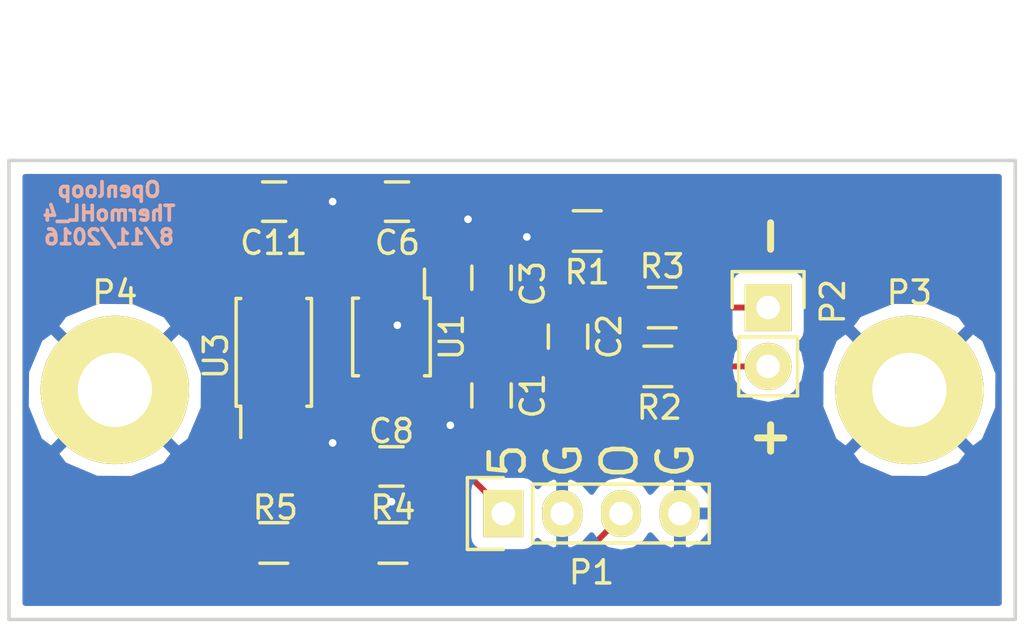
<source format=kicad_pcb>
(kicad_pcb (version 4) (host pcbnew 4.0.1-stable)

  (general
    (links 33)
    (no_connects 0)
    (area 185.185267 89.696028 229.596734 116.566733)
    (thickness 1.6)
    (drawings 8)
    (tracks 81)
    (zones 0)
    (modules 17)
    (nets 10)
  )

  (page A4)
  (layers
    (0 F.Cu signal)
    (31 B.Cu signal)
    (32 B.Adhes user)
    (33 F.Adhes user)
    (34 B.Paste user)
    (35 F.Paste user)
    (36 B.SilkS user)
    (37 F.SilkS user)
    (38 B.Mask user)
    (39 F.Mask user)
    (40 Dwgs.User user)
    (41 Cmts.User user)
    (42 Eco1.User user)
    (43 Eco2.User user)
    (44 Edge.Cuts user)
    (45 Margin user)
    (46 B.CrtYd user)
    (47 F.CrtYd user)
    (48 B.Fab user)
    (49 F.Fab user)
  )

  (setup
    (last_trace_width 0.254)
    (trace_clearance 0.1524)
    (zone_clearance 0.508)
    (zone_45_only no)
    (trace_min 0.1524)
    (segment_width 0.2)
    (edge_width 0.15)
    (via_size 0.6858)
    (via_drill 0.3302)
    (via_min_size 0.6858)
    (via_min_drill 0.3302)
    (uvia_size 0.3)
    (uvia_drill 0.1)
    (uvias_allowed no)
    (uvia_min_size 0.2)
    (uvia_min_drill 0.1)
    (pcb_text_width 0.3)
    (pcb_text_size 1.5 1.5)
    (mod_edge_width 0.15)
    (mod_text_size 1 1)
    (mod_text_width 0.15)
    (pad_size 1.524 1.524)
    (pad_drill 0.762)
    (pad_to_mask_clearance 0.2)
    (aux_axis_origin 0 0)
    (visible_elements FFFFFF7F)
    (pcbplotparams
      (layerselection 0x01008_00000000)
      (usegerberextensions true)
      (excludeedgelayer true)
      (linewidth 0.100000)
      (plotframeref false)
      (viasonmask false)
      (mode 1)
      (useauxorigin false)
      (hpglpennumber 1)
      (hpglpenspeed 20)
      (hpglpendiameter 15)
      (hpglpenoverlay 2)
      (psnegative false)
      (psa4output false)
      (plotreference true)
      (plotvalue false)
      (plotinvisibletext false)
      (padsonsilk false)
      (subtractmaskfromsilk false)
      (outputformat 1)
      (mirror false)
      (drillshape 0)
      (scaleselection 1)
      (outputdirectory ../StencilFiles/))
  )

  (net 0 "")
  (net 1 GND)
  (net 2 "Net-(C1-Pad2)")
  (net 3 "Net-(C2-Pad2)")
  (net 4 /Out)
  (net 5 "Net-(R4-Pad2)")
  (net 6 /+5V)
  (net 7 "Net-(P2-Pad1)")
  (net 8 "Net-(P2-Pad2)")
  (net 9 "Net-(U1-Pad5)")

  (net_class Default "This is the default net class."
    (clearance 0.1524)
    (trace_width 0.254)
    (via_dia 0.6858)
    (via_drill 0.3302)
    (uvia_dia 0.3)
    (uvia_drill 0.1)
    (add_net /+5V)
    (add_net /Out)
    (add_net GND)
    (add_net "Net-(C1-Pad2)")
    (add_net "Net-(C2-Pad2)")
    (add_net "Net-(P2-Pad1)")
    (add_net "Net-(P2-Pad2)")
    (add_net "Net-(R4-Pad2)")
    (add_net "Net-(U1-Pad5)")
  )

  (module Pin_Headers:Pin_Header_Straight_1x04 (layer F.Cu) (tedit 0) (tstamp 57AAE03C)
    (at 207.01 111.506 90)
    (descr "Through hole pin header")
    (tags "pin header")
    (path /57AAE12C)
    (fp_text reference P1 (at -2.54 3.81 180) (layer F.SilkS)
      (effects (font (size 1 1) (thickness 0.15)))
    )
    (fp_text value CONN_01X04 (at 0 -3.1 90) (layer F.Fab)
      (effects (font (size 1 1) (thickness 0.15)))
    )
    (fp_line (start -1.75 -1.75) (end -1.75 9.4) (layer F.CrtYd) (width 0.05))
    (fp_line (start 1.75 -1.75) (end 1.75 9.4) (layer F.CrtYd) (width 0.05))
    (fp_line (start -1.75 -1.75) (end 1.75 -1.75) (layer F.CrtYd) (width 0.05))
    (fp_line (start -1.75 9.4) (end 1.75 9.4) (layer F.CrtYd) (width 0.05))
    (fp_line (start -1.27 1.27) (end -1.27 8.89) (layer F.SilkS) (width 0.15))
    (fp_line (start 1.27 1.27) (end 1.27 8.89) (layer F.SilkS) (width 0.15))
    (fp_line (start 1.55 -1.55) (end 1.55 0) (layer F.SilkS) (width 0.15))
    (fp_line (start -1.27 8.89) (end 1.27 8.89) (layer F.SilkS) (width 0.15))
    (fp_line (start 1.27 1.27) (end -1.27 1.27) (layer F.SilkS) (width 0.15))
    (fp_line (start -1.55 0) (end -1.55 -1.55) (layer F.SilkS) (width 0.15))
    (fp_line (start -1.55 -1.55) (end 1.55 -1.55) (layer F.SilkS) (width 0.15))
    (pad 1 thru_hole rect (at 0 0 90) (size 2.032 1.7272) (drill 1.016) (layers *.Cu *.Mask F.SilkS)
      (net 6 /+5V))
    (pad 2 thru_hole oval (at 0 2.54 90) (size 2.032 1.7272) (drill 1.016) (layers *.Cu *.Mask F.SilkS)
      (net 1 GND))
    (pad 3 thru_hole oval (at 0 5.08 90) (size 2.032 1.7272) (drill 1.016) (layers *.Cu *.Mask F.SilkS)
      (net 4 /Out))
    (pad 4 thru_hole oval (at 0 7.62 90) (size 2.032 1.7272) (drill 1.016) (layers *.Cu *.Mask F.SilkS)
      (net 1 GND))
    (model Pin_Headers.3dshapes/Pin_Header_Straight_1x04.wrl
      (at (xyz 0 -0.15 0))
      (scale (xyz 1 1 1))
      (rotate (xyz 0 0 90))
    )
  )

  (module Resistors_SMD:R_0805 (layer F.Cu) (tedit 5415CDEB) (tstamp 57A052BE)
    (at 197.104 112.776 180)
    (descr "Resistor SMD 0805, reflow soldering, Vishay (see dcrcw.pdf)")
    (tags "resistor 0805")
    (path /574FAA96)
    (attr smd)
    (fp_text reference R5 (at -0.066 1.524 180) (layer F.SilkS)
      (effects (font (size 1 1) (thickness 0.15)))
    )
    (fp_text value 4.5M (at 0 2.1 180) (layer F.Fab)
      (effects (font (size 1 1) (thickness 0.15)))
    )
    (fp_line (start -1.6 -1) (end 1.6 -1) (layer F.CrtYd) (width 0.05))
    (fp_line (start -1.6 1) (end 1.6 1) (layer F.CrtYd) (width 0.05))
    (fp_line (start -1.6 -1) (end -1.6 1) (layer F.CrtYd) (width 0.05))
    (fp_line (start 1.6 -1) (end 1.6 1) (layer F.CrtYd) (width 0.05))
    (fp_line (start 0.6 0.875) (end -0.6 0.875) (layer F.SilkS) (width 0.15))
    (fp_line (start -0.6 -0.875) (end 0.6 -0.875) (layer F.SilkS) (width 0.15))
    (pad 1 smd rect (at -0.95 0 180) (size 0.7 1.3) (layers F.Cu F.Paste F.Mask)
      (net 5 "Net-(R4-Pad2)"))
    (pad 2 smd rect (at 0.95 0 180) (size 0.7 1.3) (layers F.Cu F.Paste F.Mask)
      (net 4 /Out))
    (model Resistors_SMD.3dshapes/R_0805.wrl
      (at (xyz 0 0 0))
      (scale (xyz 1 1 1))
      (rotate (xyz 0 0 0))
    )
  )

  (module Capacitors_SMD:C_0805 (layer F.Cu) (tedit 5415D6EA) (tstamp 57A0529F)
    (at 197.12 98.044)
    (descr "Capacitor SMD 0805, reflow soldering, AVX (see smccp.pdf)")
    (tags "capacitor 0805")
    (path /574FA7D5)
    (attr smd)
    (fp_text reference C11 (at -0.016 1.778) (layer F.SilkS)
      (effects (font (size 1 1) (thickness 0.15)))
    )
    (fp_text value 0.1u (at 0 2.1) (layer F.Fab)
      (effects (font (size 1 1) (thickness 0.15)))
    )
    (fp_line (start -1.8 -1) (end 1.8 -1) (layer F.CrtYd) (width 0.05))
    (fp_line (start -1.8 1) (end 1.8 1) (layer F.CrtYd) (width 0.05))
    (fp_line (start -1.8 -1) (end -1.8 1) (layer F.CrtYd) (width 0.05))
    (fp_line (start 1.8 -1) (end 1.8 1) (layer F.CrtYd) (width 0.05))
    (fp_line (start 0.5 -0.85) (end -0.5 -0.85) (layer F.SilkS) (width 0.15))
    (fp_line (start -0.5 0.85) (end 0.5 0.85) (layer F.SilkS) (width 0.15))
    (pad 1 smd rect (at -1 0) (size 1 1.25) (layers F.Cu F.Paste F.Mask)
      (net 6 /+5V))
    (pad 2 smd rect (at 1 0) (size 1 1.25) (layers F.Cu F.Paste F.Mask)
      (net 1 GND))
    (model Capacitors_SMD.3dshapes/C_0805.wrl
      (at (xyz 0 0 0))
      (scale (xyz 1 1 1))
      (rotate (xyz 0 0 0))
    )
  )

  (module Capacitors_SMD:C_0805 (layer F.Cu) (tedit 5415D6EA) (tstamp 57A0527C)
    (at 206.502 101.33 90)
    (descr "Capacitor SMD 0805, reflow soldering, AVX (see smccp.pdf)")
    (tags "capacitor 0805")
    (path /574FA4DC)
    (attr smd)
    (fp_text reference C3 (at -0.254 1.778 90) (layer F.SilkS)
      (effects (font (size 1 1) (thickness 0.15)))
    )
    (fp_text value 0.5u (at 0 2.1 90) (layer F.Fab)
      (effects (font (size 1 1) (thickness 0.15)))
    )
    (fp_line (start -1.8 -1) (end 1.8 -1) (layer F.CrtYd) (width 0.05))
    (fp_line (start -1.8 1) (end 1.8 1) (layer F.CrtYd) (width 0.05))
    (fp_line (start -1.8 -1) (end -1.8 1) (layer F.CrtYd) (width 0.05))
    (fp_line (start 1.8 -1) (end 1.8 1) (layer F.CrtYd) (width 0.05))
    (fp_line (start 0.5 -0.85) (end -0.5 -0.85) (layer F.SilkS) (width 0.15))
    (fp_line (start -0.5 0.85) (end 0.5 0.85) (layer F.SilkS) (width 0.15))
    (pad 1 smd rect (at -1 0 90) (size 1 1.25) (layers F.Cu F.Paste F.Mask)
      (net 3 "Net-(C2-Pad2)"))
    (pad 2 smd rect (at 1 0 90) (size 1 1.25) (layers F.Cu F.Paste F.Mask)
      (net 1 GND))
    (model Capacitors_SMD.3dshapes/C_0805.wrl
      (at (xyz 0 0 0))
      (scale (xyz 1 1 1))
      (rotate (xyz 0 0 0))
    )
  )

  (module Housings_SSOP:TSSOP-8_4.4x3mm_Pitch0.65mm (layer F.Cu) (tedit 54130A77) (tstamp 57A052CB)
    (at 197.104 104.55 90)
    (descr "8-Lead Plastic Thin Shrink Small Outline (ST)-4.4 mm Body [TSSOP] (see Microchip Packaging Specification 00000049BS.pdf)")
    (tags "SSOP 0.65")
    (path /57788358)
    (attr smd)
    (fp_text reference U3 (at -0.156 -2.499 90) (layer F.SilkS)
      (effects (font (size 1 1) (thickness 0.15)))
    )
    (fp_text value TIRC4558IPWR (at 0 2.55 90) (layer F.Fab)
      (effects (font (size 1 1) (thickness 0.15)))
    )
    (fp_line (start -3.95 -1.8) (end -3.95 1.8) (layer F.CrtYd) (width 0.05))
    (fp_line (start 3.95 -1.8) (end 3.95 1.8) (layer F.CrtYd) (width 0.05))
    (fp_line (start -3.95 -1.8) (end 3.95 -1.8) (layer F.CrtYd) (width 0.05))
    (fp_line (start -3.95 1.8) (end 3.95 1.8) (layer F.CrtYd) (width 0.05))
    (fp_line (start -2.325 -1.625) (end -2.325 -1.425) (layer F.SilkS) (width 0.15))
    (fp_line (start 2.325 -1.625) (end 2.325 -1.425) (layer F.SilkS) (width 0.15))
    (fp_line (start 2.325 1.625) (end 2.325 1.425) (layer F.SilkS) (width 0.15))
    (fp_line (start -2.325 1.625) (end -2.325 1.425) (layer F.SilkS) (width 0.15))
    (fp_line (start -2.325 -1.625) (end 2.325 -1.625) (layer F.SilkS) (width 0.15))
    (fp_line (start -2.325 1.625) (end 2.325 1.625) (layer F.SilkS) (width 0.15))
    (fp_line (start -2.325 -1.425) (end -3.675 -1.425) (layer F.SilkS) (width 0.15))
    (pad 1 smd rect (at -2.95 -0.975 90) (size 1.45 0.45) (layers F.Cu F.Paste F.Mask)
      (net 4 /Out))
    (pad 2 smd rect (at -2.95 -0.325 90) (size 1.45 0.45) (layers F.Cu F.Paste F.Mask)
      (net 5 "Net-(R4-Pad2)"))
    (pad 3 smd rect (at -2.95 0.325 90) (size 1.45 0.45) (layers F.Cu F.Paste F.Mask)
      (net 9 "Net-(U1-Pad5)"))
    (pad 4 smd rect (at -2.95 0.975 90) (size 1.45 0.45) (layers F.Cu F.Paste F.Mask)
      (net 1 GND))
    (pad 5 smd rect (at 2.95 0.975 90) (size 1.45 0.45) (layers F.Cu F.Paste F.Mask))
    (pad 6 smd rect (at 2.95 0.325 90) (size 1.45 0.45) (layers F.Cu F.Paste F.Mask))
    (pad 7 smd rect (at 2.95 -0.325 90) (size 1.45 0.45) (layers F.Cu F.Paste F.Mask))
    (pad 8 smd rect (at 2.95 -0.975 90) (size 1.45 0.45) (layers F.Cu F.Paste F.Mask)
      (net 6 /+5V))
    (model Housings_SSOP.3dshapes/TSSOP-8_4.4x3mm_Pitch0.65mm.wrl
      (at (xyz 0 0 0))
      (scale (xyz 1 1 1))
      (rotate (xyz 0 0 0))
    )
  )

  (module Capacitors_SMD:C_0805 (layer F.Cu) (tedit 5415D6EA) (tstamp 57A05272)
    (at 206.502 106.41 90)
    (descr "Capacitor SMD 0805, reflow soldering, AVX (see smccp.pdf)")
    (tags "capacitor 0805")
    (path /574FA477)
    (attr smd)
    (fp_text reference C1 (at -0.016 1.778 270) (layer F.SilkS)
      (effects (font (size 1 1) (thickness 0.15)))
    )
    (fp_text value 0.5u (at 0 2.1 90) (layer F.Fab)
      (effects (font (size 1 1) (thickness 0.15)))
    )
    (fp_line (start -1.8 -1) (end 1.8 -1) (layer F.CrtYd) (width 0.05))
    (fp_line (start -1.8 1) (end 1.8 1) (layer F.CrtYd) (width 0.05))
    (fp_line (start -1.8 -1) (end -1.8 1) (layer F.CrtYd) (width 0.05))
    (fp_line (start 1.8 -1) (end 1.8 1) (layer F.CrtYd) (width 0.05))
    (fp_line (start 0.5 -0.85) (end -0.5 -0.85) (layer F.SilkS) (width 0.15))
    (fp_line (start -0.5 0.85) (end 0.5 0.85) (layer F.SilkS) (width 0.15))
    (pad 1 smd rect (at -1 0 90) (size 1 1.25) (layers F.Cu F.Paste F.Mask)
      (net 1 GND))
    (pad 2 smd rect (at 1 0 90) (size 1 1.25) (layers F.Cu F.Paste F.Mask)
      (net 2 "Net-(C1-Pad2)"))
    (model Capacitors_SMD.3dshapes/C_0805.wrl
      (at (xyz 0 0 0))
      (scale (xyz 1 1 1))
      (rotate (xyz 0 0 0))
    )
  )

  (module Capacitors_SMD:C_0805 (layer F.Cu) (tedit 5415D6EA) (tstamp 57A05277)
    (at 209.804 103.87 90)
    (descr "Capacitor SMD 0805, reflow soldering, AVX (see smccp.pdf)")
    (tags "capacitor 0805")
    (path /574FA4AB)
    (attr smd)
    (fp_text reference C2 (at 0 1.778 90) (layer F.SilkS)
      (effects (font (size 1 1) (thickness 0.15)))
    )
    (fp_text value 1u (at 0 2.1 90) (layer F.Fab)
      (effects (font (size 1 1) (thickness 0.15)))
    )
    (fp_line (start -1.8 -1) (end 1.8 -1) (layer F.CrtYd) (width 0.05))
    (fp_line (start -1.8 1) (end 1.8 1) (layer F.CrtYd) (width 0.05))
    (fp_line (start -1.8 -1) (end -1.8 1) (layer F.CrtYd) (width 0.05))
    (fp_line (start 1.8 -1) (end 1.8 1) (layer F.CrtYd) (width 0.05))
    (fp_line (start 0.5 -0.85) (end -0.5 -0.85) (layer F.SilkS) (width 0.15))
    (fp_line (start -0.5 0.85) (end 0.5 0.85) (layer F.SilkS) (width 0.15))
    (pad 1 smd rect (at -1 0 90) (size 1 1.25) (layers F.Cu F.Paste F.Mask)
      (net 2 "Net-(C1-Pad2)"))
    (pad 2 smd rect (at 1 0 90) (size 1 1.25) (layers F.Cu F.Paste F.Mask)
      (net 3 "Net-(C2-Pad2)"))
    (model Capacitors_SMD.3dshapes/C_0805.wrl
      (at (xyz 0 0 0))
      (scale (xyz 1 1 1))
      (rotate (xyz 0 0 0))
    )
  )

  (module Capacitors_SMD:C_0805 (layer F.Cu) (tedit 5415D6EA) (tstamp 57A0528B)
    (at 202.422 98.044 180)
    (descr "Capacitor SMD 0805, reflow soldering, AVX (see smccp.pdf)")
    (tags "capacitor 0805")
    (path /574E6C2D)
    (attr smd)
    (fp_text reference C6 (at -0.016 -1.778 180) (layer F.SilkS)
      (effects (font (size 1 1) (thickness 0.15)))
    )
    (fp_text value 1u (at 0 2.1 180) (layer F.Fab)
      (effects (font (size 1 1) (thickness 0.15)))
    )
    (fp_line (start -1.8 -1) (end 1.8 -1) (layer F.CrtYd) (width 0.05))
    (fp_line (start -1.8 1) (end 1.8 1) (layer F.CrtYd) (width 0.05))
    (fp_line (start -1.8 -1) (end -1.8 1) (layer F.CrtYd) (width 0.05))
    (fp_line (start 1.8 -1) (end 1.8 1) (layer F.CrtYd) (width 0.05))
    (fp_line (start 0.5 -0.85) (end -0.5 -0.85) (layer F.SilkS) (width 0.15))
    (fp_line (start -0.5 0.85) (end 0.5 0.85) (layer F.SilkS) (width 0.15))
    (pad 1 smd rect (at -1 0 180) (size 1 1.25) (layers F.Cu F.Paste F.Mask)
      (net 1 GND))
    (pad 2 smd rect (at 1 0 180) (size 1 1.25) (layers F.Cu F.Paste F.Mask)
      (net 1 GND))
    (model Capacitors_SMD.3dshapes/C_0805.wrl
      (at (xyz 0 0 0))
      (scale (xyz 1 1 1))
      (rotate (xyz 0 0 0))
    )
  )

  (module Capacitors_SMD:C_0805 (layer F.Cu) (tedit 5415D6EA) (tstamp 57A05295)
    (at 202.184 109.474 180)
    (descr "Capacitor SMD 0805, reflow soldering, AVX (see smccp.pdf)")
    (tags "capacitor 0805")
    (path /57560511)
    (attr smd)
    (fp_text reference C8 (at 0 1.524 180) (layer F.SilkS)
      (effects (font (size 1 1) (thickness 0.15)))
    )
    (fp_text value 0.1u (at 0 2.1 180) (layer F.Fab)
      (effects (font (size 1 1) (thickness 0.15)))
    )
    (fp_line (start -1.8 -1) (end 1.8 -1) (layer F.CrtYd) (width 0.05))
    (fp_line (start -1.8 1) (end 1.8 1) (layer F.CrtYd) (width 0.05))
    (fp_line (start -1.8 -1) (end -1.8 1) (layer F.CrtYd) (width 0.05))
    (fp_line (start 1.8 -1) (end 1.8 1) (layer F.CrtYd) (width 0.05))
    (fp_line (start 0.5 -0.85) (end -0.5 -0.85) (layer F.SilkS) (width 0.15))
    (fp_line (start -0.5 0.85) (end 0.5 0.85) (layer F.SilkS) (width 0.15))
    (pad 1 smd rect (at -1 0 180) (size 1 1.25) (layers F.Cu F.Paste F.Mask)
      (net 6 /+5V))
    (pad 2 smd rect (at 1 0 180) (size 1 1.25) (layers F.Cu F.Paste F.Mask)
      (net 1 GND))
    (model Capacitors_SMD.3dshapes/C_0805.wrl
      (at (xyz 0 0 0))
      (scale (xyz 1 1 1))
      (rotate (xyz 0 0 0))
    )
  )

  (module Pin_Headers:Pin_Header_Straight_1x02 (layer F.Cu) (tedit 54EA090C) (tstamp 57A052A9)
    (at 218.44 102.616)
    (descr "Through hole pin header")
    (tags "pin header")
    (path /57A050F4)
    (fp_text reference P2 (at 2.794 -0.254 90) (layer F.SilkS)
      (effects (font (size 1 1) (thickness 0.15)))
    )
    (fp_text value CONN_01X02 (at 0 -3.1) (layer F.Fab)
      (effects (font (size 1 1) (thickness 0.15)))
    )
    (fp_line (start 1.27 1.27) (end 1.27 3.81) (layer F.SilkS) (width 0.15))
    (fp_line (start 1.55 -1.55) (end 1.55 0) (layer F.SilkS) (width 0.15))
    (fp_line (start -1.75 -1.75) (end -1.75 4.3) (layer F.CrtYd) (width 0.05))
    (fp_line (start 1.75 -1.75) (end 1.75 4.3) (layer F.CrtYd) (width 0.05))
    (fp_line (start -1.75 -1.75) (end 1.75 -1.75) (layer F.CrtYd) (width 0.05))
    (fp_line (start -1.75 4.3) (end 1.75 4.3) (layer F.CrtYd) (width 0.05))
    (fp_line (start 1.27 1.27) (end -1.27 1.27) (layer F.SilkS) (width 0.15))
    (fp_line (start -1.55 0) (end -1.55 -1.55) (layer F.SilkS) (width 0.15))
    (fp_line (start -1.55 -1.55) (end 1.55 -1.55) (layer F.SilkS) (width 0.15))
    (fp_line (start -1.27 1.27) (end -1.27 3.81) (layer F.SilkS) (width 0.15))
    (fp_line (start -1.27 3.81) (end 1.27 3.81) (layer F.SilkS) (width 0.15))
    (pad 1 thru_hole rect (at 0 0) (size 2.032 2.032) (drill 1.016) (layers *.Cu *.Mask F.SilkS)
      (net 7 "Net-(P2-Pad1)"))
    (pad 2 thru_hole oval (at 0 2.54) (size 2.032 2.032) (drill 1.016) (layers *.Cu *.Mask F.SilkS)
      (net 8 "Net-(P2-Pad2)"))
    (model Pin_Headers.3dshapes/Pin_Header_Straight_1x02.wrl
      (at (xyz 0 -0.05 0))
      (scale (xyz 1 1 1))
      (rotate (xyz 0 0 90))
    )
  )

  (module Resistors_SMD:R_0805 (layer F.Cu) (tedit 5415CDEB) (tstamp 57A052AA)
    (at 210.632 99.314 180)
    (descr "Resistor SMD 0805, reflow soldering, Vishay (see dcrcw.pdf)")
    (tags "resistor 0805")
    (path /574F9DD8)
    (attr smd)
    (fp_text reference R1 (at 0 -1.778 360) (layer F.SilkS)
      (effects (font (size 1 1) (thickness 0.15)))
    )
    (fp_text value 1meg (at 0 2.1 180) (layer F.Fab)
      (effects (font (size 1 1) (thickness 0.15)))
    )
    (fp_line (start -1.6 -1) (end 1.6 -1) (layer F.CrtYd) (width 0.05))
    (fp_line (start -1.6 1) (end 1.6 1) (layer F.CrtYd) (width 0.05))
    (fp_line (start -1.6 -1) (end -1.6 1) (layer F.CrtYd) (width 0.05))
    (fp_line (start 1.6 -1) (end 1.6 1) (layer F.CrtYd) (width 0.05))
    (fp_line (start 0.6 0.875) (end -0.6 0.875) (layer F.SilkS) (width 0.15))
    (fp_line (start -0.6 -0.875) (end 0.6 -0.875) (layer F.SilkS) (width 0.15))
    (pad 1 smd rect (at -0.95 0 180) (size 0.7 1.3) (layers F.Cu F.Paste F.Mask)
      (net 7 "Net-(P2-Pad1)"))
    (pad 2 smd rect (at 0.95 0 180) (size 0.7 1.3) (layers F.Cu F.Paste F.Mask)
      (net 1 GND))
    (model Resistors_SMD.3dshapes/R_0805.wrl
      (at (xyz 0 0 0))
      (scale (xyz 1 1 1))
      (rotate (xyz 0 0 0))
    )
  )

  (module Resistors_SMD:R_0805 (layer F.Cu) (tedit 5415CDEB) (tstamp 57A052AF)
    (at 213.68 105.156 180)
    (descr "Resistor SMD 0805, reflow soldering, Vishay (see dcrcw.pdf)")
    (tags "resistor 0805")
    (path /574FA315)
    (attr smd)
    (fp_text reference R2 (at -0.066 -1.778 180) (layer F.SilkS)
      (effects (font (size 1 1) (thickness 0.15)))
    )
    (fp_text value 750 (at 0 2.1 180) (layer F.Fab)
      (effects (font (size 1 1) (thickness 0.15)))
    )
    (fp_line (start -1.6 -1) (end 1.6 -1) (layer F.CrtYd) (width 0.05))
    (fp_line (start -1.6 1) (end 1.6 1) (layer F.CrtYd) (width 0.05))
    (fp_line (start -1.6 -1) (end -1.6 1) (layer F.CrtYd) (width 0.05))
    (fp_line (start 1.6 -1) (end 1.6 1) (layer F.CrtYd) (width 0.05))
    (fp_line (start 0.6 0.875) (end -0.6 0.875) (layer F.SilkS) (width 0.15))
    (fp_line (start -0.6 -0.875) (end 0.6 -0.875) (layer F.SilkS) (width 0.15))
    (pad 1 smd rect (at -0.95 0 180) (size 0.7 1.3) (layers F.Cu F.Paste F.Mask)
      (net 8 "Net-(P2-Pad2)"))
    (pad 2 smd rect (at 0.95 0 180) (size 0.7 1.3) (layers F.Cu F.Paste F.Mask)
      (net 2 "Net-(C1-Pad2)"))
    (model Resistors_SMD.3dshapes/R_0805.wrl
      (at (xyz 0 0 0))
      (scale (xyz 1 1 1))
      (rotate (xyz 0 0 0))
    )
  )

  (module Resistors_SMD:R_0805 (layer F.Cu) (tedit 5415CDEB) (tstamp 57A052B4)
    (at 213.868 102.616 180)
    (descr "Resistor SMD 0805, reflow soldering, Vishay (see dcrcw.pdf)")
    (tags "resistor 0805")
    (path /574FA349)
    (attr smd)
    (fp_text reference R3 (at 0 1.778 360) (layer F.SilkS)
      (effects (font (size 1 1) (thickness 0.15)))
    )
    (fp_text value 750 (at 0 2.1 180) (layer F.Fab)
      (effects (font (size 1 1) (thickness 0.15)))
    )
    (fp_line (start -1.6 -1) (end 1.6 -1) (layer F.CrtYd) (width 0.05))
    (fp_line (start -1.6 1) (end 1.6 1) (layer F.CrtYd) (width 0.05))
    (fp_line (start -1.6 -1) (end -1.6 1) (layer F.CrtYd) (width 0.05))
    (fp_line (start 1.6 -1) (end 1.6 1) (layer F.CrtYd) (width 0.05))
    (fp_line (start 0.6 0.875) (end -0.6 0.875) (layer F.SilkS) (width 0.15))
    (fp_line (start -0.6 -0.875) (end 0.6 -0.875) (layer F.SilkS) (width 0.15))
    (pad 1 smd rect (at -0.95 0 180) (size 0.7 1.3) (layers F.Cu F.Paste F.Mask)
      (net 7 "Net-(P2-Pad1)"))
    (pad 2 smd rect (at 0.95 0 180) (size 0.7 1.3) (layers F.Cu F.Paste F.Mask)
      (net 3 "Net-(C2-Pad2)"))
    (model Resistors_SMD.3dshapes/R_0805.wrl
      (at (xyz 0 0 0))
      (scale (xyz 1 1 1))
      (rotate (xyz 0 0 0))
    )
  )

  (module Resistors_SMD:R_0805 (layer F.Cu) (tedit 5415CDEB) (tstamp 57A052B9)
    (at 202.25 112.776 180)
    (descr "Resistor SMD 0805, reflow soldering, Vishay (see dcrcw.pdf)")
    (tags "resistor 0805")
    (path /57561053)
    (attr smd)
    (fp_text reference R4 (at 0 1.524 180) (layer F.SilkS)
      (effects (font (size 1 1) (thickness 0.15)))
    )
    (fp_text value 10k (at 0 2.1 180) (layer F.Fab)
      (effects (font (size 1 1) (thickness 0.15)))
    )
    (fp_line (start -1.6 -1) (end 1.6 -1) (layer F.CrtYd) (width 0.05))
    (fp_line (start -1.6 1) (end 1.6 1) (layer F.CrtYd) (width 0.05))
    (fp_line (start -1.6 -1) (end -1.6 1) (layer F.CrtYd) (width 0.05))
    (fp_line (start 1.6 -1) (end 1.6 1) (layer F.CrtYd) (width 0.05))
    (fp_line (start 0.6 0.875) (end -0.6 0.875) (layer F.SilkS) (width 0.15))
    (fp_line (start -0.6 -0.875) (end 0.6 -0.875) (layer F.SilkS) (width 0.15))
    (pad 1 smd rect (at -0.95 0 180) (size 0.7 1.3) (layers F.Cu F.Paste F.Mask)
      (net 1 GND))
    (pad 2 smd rect (at 0.95 0 180) (size 0.7 1.3) (layers F.Cu F.Paste F.Mask)
      (net 5 "Net-(R4-Pad2)"))
    (model Resistors_SMD.3dshapes/R_0805.wrl
      (at (xyz 0 0 0))
      (scale (xyz 1 1 1))
      (rotate (xyz 0 0 0))
    )
  )

  (module Mounting_Holes:MountingHole_3.2mm_M3_Pad (layer F.Cu) (tedit 56D1B4CB) (tstamp 57AAEDC4)
    (at 224.536 106.172)
    (descr "Mounting Hole 3.2mm, M3")
    (tags "mounting hole 3.2mm m3")
    (path /57AAEC2C)
    (fp_text reference P3 (at 0 -4.2) (layer F.SilkS)
      (effects (font (size 1 1) (thickness 0.15)))
    )
    (fp_text value CONN_01X01 (at 0 4.2) (layer F.Fab)
      (effects (font (size 1 1) (thickness 0.15)))
    )
    (fp_circle (center 0 0) (end 3.2 0) (layer Cmts.User) (width 0.15))
    (fp_circle (center 0 0) (end 3.45 0) (layer F.CrtYd) (width 0.05))
    (pad 1 thru_hole circle (at 0 0) (size 6.4 6.4) (drill 3.2) (layers *.Cu *.Mask F.SilkS)
      (net 1 GND))
  )

  (module Mounting_Holes:MountingHole_3.2mm_M3_Pad (layer F.Cu) (tedit 56D1B4CB) (tstamp 57AAEDC9)
    (at 190.246 106.172)
    (descr "Mounting Hole 3.2mm, M3")
    (tags "mounting hole 3.2mm m3")
    (path /57AAEBCC)
    (fp_text reference P4 (at 0 -4.2) (layer F.SilkS)
      (effects (font (size 1 1) (thickness 0.15)))
    )
    (fp_text value CONN_01X01 (at 0 4.2) (layer F.Fab)
      (effects (font (size 1 1) (thickness 0.15)))
    )
    (fp_circle (center 0 0) (end 3.2 0) (layer Cmts.User) (width 0.15))
    (fp_circle (center 0 0) (end 3.45 0) (layer F.CrtYd) (width 0.05))
    (pad 1 thru_hole circle (at 0 0) (size 6.4 6.4) (drill 3.2) (layers *.Cu *.Mask F.SilkS)
      (net 1 GND))
  )

  (module Housings_SSOP:MSOP-8_3x3mm_Pitch0.65mm (layer F.Cu) (tedit 54130A77) (tstamp 57AB60E2)
    (at 202.184 103.886 270)
    (descr "8-Lead Plastic Micro Small Outline Package (MS) [MSOP] (see Microchip Packaging Specification 00000049BS.pdf)")
    (tags "SSOP 0.65")
    (path /57AB608B)
    (attr smd)
    (fp_text reference U1 (at 0 -2.6 270) (layer F.SilkS)
      (effects (font (size 1 1) (thickness 0.15)))
    )
    (fp_text value AD8495 (at 0 2.6 270) (layer F.Fab)
      (effects (font (size 1 1) (thickness 0.15)))
    )
    (fp_line (start -3.2 -1.85) (end -3.2 1.85) (layer F.CrtYd) (width 0.05))
    (fp_line (start 3.2 -1.85) (end 3.2 1.85) (layer F.CrtYd) (width 0.05))
    (fp_line (start -3.2 -1.85) (end 3.2 -1.85) (layer F.CrtYd) (width 0.05))
    (fp_line (start -3.2 1.85) (end 3.2 1.85) (layer F.CrtYd) (width 0.05))
    (fp_line (start -1.675 -1.675) (end -1.675 -1.425) (layer F.SilkS) (width 0.15))
    (fp_line (start 1.675 -1.675) (end 1.675 -1.425) (layer F.SilkS) (width 0.15))
    (fp_line (start 1.675 1.675) (end 1.675 1.425) (layer F.SilkS) (width 0.15))
    (fp_line (start -1.675 1.675) (end -1.675 1.425) (layer F.SilkS) (width 0.15))
    (fp_line (start -1.675 -1.675) (end 1.675 -1.675) (layer F.SilkS) (width 0.15))
    (fp_line (start -1.675 1.675) (end 1.675 1.675) (layer F.SilkS) (width 0.15))
    (fp_line (start -1.675 -1.425) (end -2.925 -1.425) (layer F.SilkS) (width 0.15))
    (pad 1 smd rect (at -2.2 -0.975 270) (size 1.45 0.45) (layers F.Cu F.Paste F.Mask)
      (net 3 "Net-(C2-Pad2)"))
    (pad 2 smd rect (at -2.2 -0.325 270) (size 1.45 0.45) (layers F.Cu F.Paste F.Mask)
      (net 1 GND))
    (pad 3 smd rect (at -2.2 0.325 270) (size 1.45 0.45) (layers F.Cu F.Paste F.Mask)
      (net 1 GND))
    (pad 4 smd rect (at -2.2 0.975 270) (size 1.45 0.45) (layers F.Cu F.Paste F.Mask))
    (pad 5 smd rect (at 2.2 0.975 270) (size 1.45 0.45) (layers F.Cu F.Paste F.Mask)
      (net 9 "Net-(U1-Pad5)"))
    (pad 6 smd rect (at 2.2 0.325 270) (size 1.45 0.45) (layers F.Cu F.Paste F.Mask)
      (net 9 "Net-(U1-Pad5)"))
    (pad 7 smd rect (at 2.2 -0.325 270) (size 1.45 0.45) (layers F.Cu F.Paste F.Mask)
      (net 6 /+5V))
    (pad 8 smd rect (at 2.2 -0.975 270) (size 1.45 0.45) (layers F.Cu F.Paste F.Mask)
      (net 2 "Net-(C1-Pad2)"))
    (model Housings_SSOP.3dshapes/MSOP-8_3x3mm_Pitch0.65mm.wrl
      (at (xyz 0 0 0))
      (scale (xyz 1 1 1))
      (rotate (xyz 0 0 0))
    )
  )

  (dimension 34.29 (width 0.3) (layer Dwgs.User)
    (gr_text "1.3500 in" (at 207.470896 91.196028) (layer Dwgs.User)
      (effects (font (size 1.5 1.5) (thickness 0.3)))
    )
    (feature1 (pts (xy 224.615896 94.832028) (xy 224.615896 89.846028)))
    (feature2 (pts (xy 190.325896 94.832028) (xy 190.325896 89.846028)))
    (crossbar (pts (xy 190.325896 92.546028) (xy 224.615896 92.546028)))
    (arrow1a (pts (xy 224.615896 92.546028) (xy 223.489392 93.132449)))
    (arrow1b (pts (xy 224.615896 92.546028) (xy 223.489392 91.959607)))
    (arrow2a (pts (xy 190.325896 92.546028) (xy 191.4524 93.132449)))
    (arrow2b (pts (xy 190.325896 92.546028) (xy 191.4524 91.959607)))
  )
  (gr_text "5\nG\nO\nG" (at 210.82 109.22 90) (layer F.SilkS)
    (effects (font (size 1.5 1.5) (thickness 0.2)))
  )
  (gr_text "+      -" (at 218.44 103.886 90) (layer F.SilkS)
    (effects (font (size 1.5 1.5) (thickness 0.3)))
  )
  (gr_line (start 185.674 116.078) (end 185.674 96.266) (layer Edge.Cuts) (width 0.15))
  (gr_line (start 229.108 116.078) (end 185.674 116.078) (layer Edge.Cuts) (width 0.15))
  (gr_line (start 229.108 96.266) (end 229.108 116.078) (layer Edge.Cuts) (width 0.15))
  (gr_line (start 185.674 96.266) (end 229.108 96.266) (layer Edge.Cuts) (width 0.15))
  (gr_text "Openloop\nThermoHL_4\n8/11/2016" (at 189.992 98.552) (layer B.SilkS)
    (effects (font (size 0.635 0.635) (thickness 0.15875)) (justify mirror))
  )

  (segment (start 201.184 109.474) (end 200.66 109.474) (width 0.254) (layer F.Cu) (net 1))
  (segment (start 200.66 109.474) (end 199.644 108.458) (width 0.254) (layer F.Cu) (net 1))
  (segment (start 198.079 107.5) (end 198.686 107.5) (width 0.254) (layer F.Cu) (net 1))
  (segment (start 198.686 107.5) (end 199.644 108.458) (width 0.254) (layer F.Cu) (net 1))
  (via (at 199.644 108.458) (size 0.6858) (drill 0.3302) (layers F.Cu B.Cu) (net 1))
  (segment (start 201.422 98.044) (end 199.644 98.044) (width 0.254) (layer F.Cu) (net 1))
  (segment (start 198.12 98.044) (end 199.644 98.044) (width 0.254) (layer F.Cu) (net 1))
  (via (at 199.644 98.044) (size 0.6858) (drill 0.3302) (layers F.Cu B.Cu) (net 1))
  (segment (start 206.502 100.33) (end 207.264 100.33) (width 0.254) (layer F.Cu) (net 1))
  (segment (start 207.264 100.33) (end 208.026 99.568) (width 0.254) (layer F.Cu) (net 1))
  (segment (start 209.682 99.314) (end 208.28 99.314) (width 0.254) (layer F.Cu) (net 1))
  (segment (start 208.28 99.314) (end 208.026 99.568) (width 0.254) (layer F.Cu) (net 1))
  (via (at 208.026 99.568) (size 0.6858) (drill 0.3302) (layers F.Cu B.Cu) (net 1))
  (segment (start 206.502 100.33) (end 206.502 99.822) (width 0.254) (layer F.Cu) (net 1))
  (segment (start 206.502 99.822) (end 205.486 98.806) (width 0.254) (layer F.Cu) (net 1))
  (segment (start 203.422 98.044) (end 204.724 98.044) (width 0.254) (layer F.Cu) (net 1))
  (segment (start 204.724 98.044) (end 205.486 98.806) (width 0.254) (layer F.Cu) (net 1))
  (via (at 205.486 98.806) (size 0.6858) (drill 0.3302) (layers F.Cu B.Cu) (net 1))
  (segment (start 202.509 101.686) (end 202.509 103.307) (width 0.254) (layer F.Cu) (net 1))
  (segment (start 202.509 103.307) (end 202.438 103.378) (width 0.254) (layer F.Cu) (net 1))
  (via (at 202.438 103.378) (size 0.6858) (drill 0.3302) (layers F.Cu B.Cu) (net 1))
  (segment (start 202.509 101.686) (end 201.859 101.686) (width 0.254) (layer F.Cu) (net 1))
  (segment (start 206.502 107.41) (end 205.01 107.41) (width 0.254) (layer F.Cu) (net 1))
  (via (at 204.724 107.696) (size 0.6858) (drill 0.3302) (layers F.Cu B.Cu) (net 1))
  (segment (start 205.01 107.41) (end 204.724 107.696) (width 0.254) (layer F.Cu) (net 1))
  (segment (start 201.184 109.474) (end 201.184 109.998) (width 0.254) (layer F.Cu) (net 1))
  (segment (start 201.184 109.998) (end 202.184 110.998) (width 0.254) (layer F.Cu) (net 1))
  (segment (start 203.2 112.776) (end 203.2 112.014) (width 0.254) (layer F.Cu) (net 1))
  (via (at 202.184 110.998) (size 0.6858) (drill 0.3302) (layers F.Cu B.Cu) (net 1))
  (segment (start 203.2 112.014) (end 202.184 110.998) (width 0.254) (layer F.Cu) (net 1))
  (segment (start 201.859 101.686) (end 201.859 98.481) (width 0.254) (layer F.Cu) (net 1))
  (segment (start 201.859 98.481) (end 201.422 98.044) (width 0.254) (layer F.Cu) (net 1))
  (segment (start 206.502 105.41) (end 206.377 105.41) (width 0.254) (layer F.Cu) (net 2))
  (segment (start 206.377 105.41) (end 205.701 106.086) (width 0.254) (layer F.Cu) (net 2))
  (segment (start 205.701 106.086) (end 203.638 106.086) (width 0.254) (layer F.Cu) (net 2))
  (segment (start 203.638 106.086) (end 203.159 106.086) (width 0.254) (layer F.Cu) (net 2))
  (segment (start 209.804 104.87) (end 207.042 104.87) (width 0.254) (layer F.Cu) (net 2))
  (segment (start 207.042 104.87) (end 206.502 105.41) (width 0.254) (layer F.Cu) (net 2))
  (segment (start 212.73 105.156) (end 210.09 105.156) (width 0.254) (layer F.Cu) (net 2))
  (segment (start 210.09 105.156) (end 209.804 104.87) (width 0.254) (layer F.Cu) (net 2))
  (segment (start 206.47 102.33) (end 205.826 101.686) (width 0.254) (layer F.Cu) (net 3))
  (segment (start 205.826 101.686) (end 203.159 101.686) (width 0.254) (layer F.Cu) (net 3))
  (segment (start 206.502 102.33) (end 206.47 102.33) (width 0.254) (layer F.Cu) (net 3))
  (segment (start 209.804 102.87) (end 207.042 102.87) (width 0.254) (layer F.Cu) (net 3))
  (segment (start 207.042 102.87) (end 206.502 102.33) (width 0.254) (layer F.Cu) (net 3))
  (segment (start 212.918 102.616) (end 210.058 102.616) (width 0.254) (layer F.Cu) (net 3))
  (segment (start 210.058 102.616) (end 209.804 102.87) (width 0.254) (layer F.Cu) (net 3))
  (segment (start 196.154 112.776) (end 196.154 113.076) (width 0.254) (layer F.Cu) (net 4))
  (segment (start 196.154 113.076) (end 196.783401 113.705401) (width 0.254) (layer F.Cu) (net 4))
  (segment (start 210.042999 113.705401) (end 212.09 111.6584) (width 0.254) (layer F.Cu) (net 4))
  (segment (start 196.783401 113.705401) (end 210.042999 113.705401) (width 0.254) (layer F.Cu) (net 4))
  (segment (start 212.09 111.6584) (end 212.09 111.506) (width 0.254) (layer F.Cu) (net 4))
  (segment (start 196.129 107.5) (end 196.129 112.751) (width 0.254) (layer F.Cu) (net 4))
  (segment (start 196.129 112.751) (end 196.154 112.776) (width 0.254) (layer F.Cu) (net 4))
  (segment (start 198.054 112.776) (end 198.658 112.776) (width 0.254) (layer F.Cu) (net 5))
  (segment (start 198.658 112.776) (end 201.3 112.776) (width 0.254) (layer F.Cu) (net 5))
  (segment (start 196.779 110.419) (end 198.054 111.694) (width 0.254) (layer F.Cu) (net 5))
  (segment (start 198.054 111.694) (end 198.054 112.776) (width 0.254) (layer F.Cu) (net 5))
  (segment (start 196.779 107.5) (end 196.779 110.419) (width 0.254) (layer F.Cu) (net 5))
  (segment (start 207.01 111.506) (end 207.01 111.3536) (width 0.254) (layer F.Cu) (net 6))
  (segment (start 207.01 111.3536) (end 205.1304 109.474) (width 0.254) (layer F.Cu) (net 6))
  (segment (start 205.1304 109.474) (end 203.938 109.474) (width 0.254) (layer F.Cu) (net 6))
  (segment (start 203.938 109.474) (end 203.184 109.474) (width 0.254) (layer F.Cu) (net 6))
  (segment (start 201.563922 103.632) (end 197.182 103.632) (width 0.254) (layer F.Cu) (net 6))
  (segment (start 197.182 103.632) (end 196.129 102.579) (width 0.254) (layer F.Cu) (net 6))
  (segment (start 196.129 102.579) (end 196.129 101.6) (width 0.254) (layer F.Cu) (net 6))
  (segment (start 202.509 106.086) (end 202.509 104.577078) (width 0.254) (layer F.Cu) (net 6))
  (segment (start 202.509 104.577078) (end 201.563922 103.632) (width 0.254) (layer F.Cu) (net 6))
  (segment (start 196.129 101.6) (end 196.129 98.053) (width 0.254) (layer F.Cu) (net 6))
  (segment (start 196.129 98.053) (end 196.12 98.044) (width 0.254) (layer F.Cu) (net 6))
  (segment (start 202.509 106.086) (end 202.509 108.799) (width 0.254) (layer F.Cu) (net 6))
  (segment (start 202.509 108.799) (end 203.184 109.474) (width 0.254) (layer F.Cu) (net 6))
  (segment (start 214.818 102.616) (end 214.818 102.316) (width 0.254) (layer F.Cu) (net 7))
  (segment (start 214.818 102.316) (end 211.816 99.314) (width 0.254) (layer F.Cu) (net 7))
  (segment (start 211.816 99.314) (end 211.582 99.314) (width 0.254) (layer F.Cu) (net 7))
  (segment (start 218.44 102.616) (end 214.818 102.616) (width 0.254) (layer F.Cu) (net 7))
  (segment (start 218.44 105.156) (end 214.63 105.156) (width 0.254) (layer F.Cu) (net 8))
  (segment (start 201.209 106.086) (end 197.864 106.086) (width 0.254) (layer F.Cu) (net 9))
  (segment (start 197.864 106.086) (end 197.429 106.521) (width 0.254) (layer F.Cu) (net 9))
  (segment (start 197.429 106.521) (end 197.429 107.5) (width 0.254) (layer F.Cu) (net 9))
  (segment (start 201.859 106.086) (end 201.209 106.086) (width 0.254) (layer F.Cu) (net 9))

  (zone (net 1) (net_name GND) (layer B.Cu) (tstamp 0) (hatch edge 0.508)
    (connect_pads (clearance 0.508))
    (min_thickness 0.254)
    (fill yes (arc_segments 16) (thermal_gap 0.508) (thermal_bridge_width 0.508))
    (polygon
      (pts
        (xy 185.928 96.52) (xy 228.854 96.52) (xy 228.854 115.824) (xy 185.928 115.824)
      )
    )
    (filled_polygon
      (pts
        (xy 228.398 115.368) (xy 186.384 115.368) (xy 186.384 110.49) (xy 205.49896 110.49) (xy 205.49896 112.522)
        (xy 205.543238 112.757317) (xy 205.68231 112.973441) (xy 205.89451 113.118431) (xy 206.1464 113.16944) (xy 207.8736 113.16944)
        (xy 208.108917 113.125162) (xy 208.325041 112.98609) (xy 208.470031 112.77389) (xy 208.489232 112.679073) (xy 208.647964 112.856732)
        (xy 209.175209 113.110709) (xy 209.190974 113.113358) (xy 209.423 112.992217) (xy 209.423 111.633) (xy 209.403 111.633)
        (xy 209.403 111.379) (xy 209.423 111.379) (xy 209.423 110.019783) (xy 209.677 110.019783) (xy 209.677 111.379)
        (xy 209.697 111.379) (xy 209.697 111.633) (xy 209.677 111.633) (xy 209.677 112.992217) (xy 209.909026 113.113358)
        (xy 209.924791 113.110709) (xy 210.452036 112.856732) (xy 210.823539 112.440931) (xy 211.03033 112.750415) (xy 211.516511 113.075271)
        (xy 212.09 113.189345) (xy 212.663489 113.075271) (xy 213.14967 112.750415) (xy 213.356461 112.440931) (xy 213.727964 112.856732)
        (xy 214.255209 113.110709) (xy 214.270974 113.113358) (xy 214.503 112.992217) (xy 214.503 111.633) (xy 214.757 111.633)
        (xy 214.757 112.992217) (xy 214.989026 113.113358) (xy 215.004791 113.110709) (xy 215.532036 112.856732) (xy 215.921954 112.42032)
        (xy 216.115184 111.867913) (xy 215.970924 111.633) (xy 214.757 111.633) (xy 214.503 111.633) (xy 214.483 111.633)
        (xy 214.483 111.379) (xy 214.503 111.379) (xy 214.503 110.019783) (xy 214.757 110.019783) (xy 214.757 111.379)
        (xy 215.970924 111.379) (xy 216.115184 111.144087) (xy 215.921954 110.59168) (xy 215.532036 110.155268) (xy 215.004791 109.901291)
        (xy 214.989026 109.898642) (xy 214.757 110.019783) (xy 214.503 110.019783) (xy 214.270974 109.898642) (xy 214.255209 109.901291)
        (xy 213.727964 110.155268) (xy 213.356461 110.571069) (xy 213.14967 110.261585) (xy 212.663489 109.936729) (xy 212.09 109.822655)
        (xy 211.516511 109.936729) (xy 211.03033 110.261585) (xy 210.823539 110.571069) (xy 210.452036 110.155268) (xy 209.924791 109.901291)
        (xy 209.909026 109.898642) (xy 209.677 110.019783) (xy 209.423 110.019783) (xy 209.190974 109.898642) (xy 209.175209 109.901291)
        (xy 208.647964 110.155268) (xy 208.491093 110.330845) (xy 208.476762 110.254683) (xy 208.33769 110.038559) (xy 208.12549 109.893569)
        (xy 207.8736 109.84256) (xy 206.1464 109.84256) (xy 205.911083 109.886838) (xy 205.694959 110.02591) (xy 205.549969 110.23811)
        (xy 205.49896 110.49) (xy 186.384 110.49) (xy 186.384 108.91291) (xy 187.684695 108.91291) (xy 188.05164 109.408343)
        (xy 189.457171 110.001736) (xy 190.982793 110.012087) (xy 192.396246 109.437819) (xy 192.44036 109.408343) (xy 192.807305 108.91291)
        (xy 221.974695 108.91291) (xy 222.34164 109.408343) (xy 223.747171 110.001736) (xy 225.272793 110.012087) (xy 226.686246 109.437819)
        (xy 226.73036 109.408343) (xy 227.097305 108.91291) (xy 224.536 106.351605) (xy 221.974695 108.91291) (xy 192.807305 108.91291)
        (xy 190.246 106.351605) (xy 187.684695 108.91291) (xy 186.384 108.91291) (xy 186.384 106.908793) (xy 186.405913 106.908793)
        (xy 186.980181 108.322246) (xy 187.009657 108.36636) (xy 187.50509 108.733305) (xy 190.066395 106.172) (xy 190.425605 106.172)
        (xy 192.98691 108.733305) (xy 193.482343 108.36636) (xy 194.075736 106.960829) (xy 194.076089 106.908793) (xy 220.695913 106.908793)
        (xy 221.270181 108.322246) (xy 221.299657 108.36636) (xy 221.79509 108.733305) (xy 224.356395 106.172) (xy 224.715605 106.172)
        (xy 227.27691 108.733305) (xy 227.772343 108.36636) (xy 228.365736 106.960829) (xy 228.376087 105.435207) (xy 227.801819 104.021754)
        (xy 227.772343 103.97764) (xy 227.27691 103.610695) (xy 224.715605 106.172) (xy 224.356395 106.172) (xy 221.79509 103.610695)
        (xy 221.299657 103.97764) (xy 220.706264 105.383171) (xy 220.695913 106.908793) (xy 194.076089 106.908793) (xy 194.086087 105.435207)
        (xy 193.972649 105.156) (xy 216.756655 105.156) (xy 216.88233 105.78781) (xy 217.240222 106.323433) (xy 217.775845 106.681325)
        (xy 218.407655 106.807) (xy 218.472345 106.807) (xy 219.104155 106.681325) (xy 219.639778 106.323433) (xy 219.99767 105.78781)
        (xy 220.123345 105.156) (xy 219.99767 104.52419) (xy 219.770501 104.184208) (xy 219.907441 104.09609) (xy 220.052431 103.88389)
        (xy 220.10344 103.632) (xy 220.10344 103.43109) (xy 221.974695 103.43109) (xy 224.536 105.992395) (xy 227.097305 103.43109)
        (xy 226.73036 102.935657) (xy 225.324829 102.342264) (xy 223.799207 102.331913) (xy 222.385754 102.906181) (xy 222.34164 102.935657)
        (xy 221.974695 103.43109) (xy 220.10344 103.43109) (xy 220.10344 101.6) (xy 220.059162 101.364683) (xy 219.92009 101.148559)
        (xy 219.70789 101.003569) (xy 219.456 100.95256) (xy 217.424 100.95256) (xy 217.188683 100.996838) (xy 216.972559 101.13591)
        (xy 216.827569 101.34811) (xy 216.77656 101.6) (xy 216.77656 103.632) (xy 216.820838 103.867317) (xy 216.95991 104.083441)
        (xy 217.108837 104.185198) (xy 216.88233 104.52419) (xy 216.756655 105.156) (xy 193.972649 105.156) (xy 193.511819 104.021754)
        (xy 193.482343 103.97764) (xy 192.98691 103.610695) (xy 190.425605 106.172) (xy 190.066395 106.172) (xy 187.50509 103.610695)
        (xy 187.009657 103.97764) (xy 186.416264 105.383171) (xy 186.405913 106.908793) (xy 186.384 106.908793) (xy 186.384 103.43109)
        (xy 187.684695 103.43109) (xy 190.246 105.992395) (xy 192.807305 103.43109) (xy 192.44036 102.935657) (xy 191.034829 102.342264)
        (xy 189.509207 102.331913) (xy 188.095754 102.906181) (xy 188.05164 102.935657) (xy 187.684695 103.43109) (xy 186.384 103.43109)
        (xy 186.384 96.976) (xy 228.398 96.976)
      )
    )
  )
)

</source>
